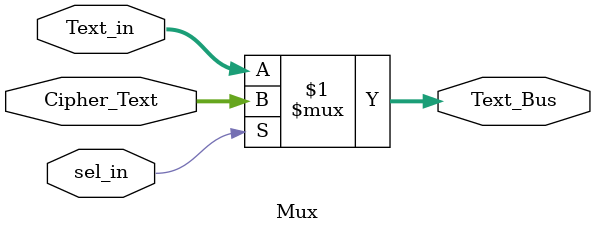
<source format=v>
module Mux (Text_in,sel_in,Cipher_Text,Text_Bus);
    input [127:0] Text_in;
    input sel_in;
    input [127:0] Cipher_Text;
    output reg [127:0] Text_Bus;

    assign Text_Bus = sel_in ? Cipher_Text : Text_in;

endmodule
</source>
